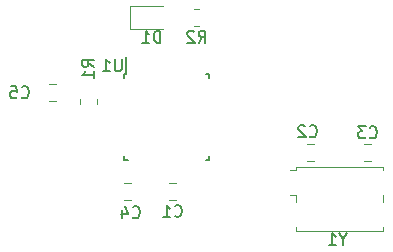
<source format=gbr>
%TF.GenerationSoftware,KiCad,Pcbnew,(5.1.10)-1*%
%TF.CreationDate,2021-11-06T11:37:03+01:00*%
%TF.ProjectId,msx-mouse-adapter,6d73782d-6d6f-4757-9365-2d6164617074,rev?*%
%TF.SameCoordinates,Original*%
%TF.FileFunction,Legend,Bot*%
%TF.FilePolarity,Positive*%
%FSLAX46Y46*%
G04 Gerber Fmt 4.6, Leading zero omitted, Abs format (unit mm)*
G04 Created by KiCad (PCBNEW (5.1.10)-1) date 2021-11-06 11:37:03*
%MOMM*%
%LPD*%
G01*
G04 APERTURE LIST*
%ADD10C,0.150000*%
%ADD11C,0.120000*%
G04 APERTURE END LIST*
D10*
%TO.C,U1*%
X134043000Y-40317000D02*
X134268000Y-40317000D01*
X134043000Y-47567000D02*
X134368000Y-47567000D01*
X141293000Y-47567000D02*
X140968000Y-47567000D01*
X141293000Y-40317000D02*
X140968000Y-40317000D01*
X134043000Y-40317000D02*
X134043000Y-40642000D01*
X141293000Y-40317000D02*
X141293000Y-40642000D01*
X141293000Y-47567000D02*
X141293000Y-47242000D01*
X134043000Y-47567000D02*
X134043000Y-47242000D01*
X134268000Y-40317000D02*
X134268000Y-38892000D01*
D11*
%TO.C,C4*%
X134627252Y-51027000D02*
X134104748Y-51027000D01*
X134627252Y-49557000D02*
X134104748Y-49557000D01*
%TO.C,Y1*%
X148602000Y-53280000D02*
X148602000Y-53580000D01*
X148602000Y-53580000D02*
X156002000Y-53580000D01*
X156002000Y-53580000D02*
X156002000Y-53280000D01*
X148102000Y-48480000D02*
X148602000Y-48480000D01*
X148602000Y-48480000D02*
X148602000Y-48180000D01*
X148602000Y-48180000D02*
X156002000Y-48180000D01*
X156002000Y-48180000D02*
X156002000Y-48480000D01*
X148102000Y-50580000D02*
X148602000Y-50580000D01*
X148602000Y-50580000D02*
X148602000Y-51180000D01*
X156002000Y-51180000D02*
X156002000Y-50580000D01*
%TO.C,C1*%
X137914748Y-49557000D02*
X138437252Y-49557000D01*
X137914748Y-51027000D02*
X138437252Y-51027000D01*
%TO.C,C2*%
X149598748Y-47725000D02*
X150121252Y-47725000D01*
X149598748Y-46255000D02*
X150121252Y-46255000D01*
%TO.C,C3*%
X154947252Y-47725000D02*
X154424748Y-47725000D01*
X154947252Y-46255000D02*
X154424748Y-46255000D01*
%TO.C,C5*%
X128277252Y-41175000D02*
X127754748Y-41175000D01*
X128277252Y-42645000D02*
X127754748Y-42645000D01*
%TO.C,R1*%
X131799000Y-42444936D02*
X131799000Y-42899064D01*
X130329000Y-42444936D02*
X130329000Y-42899064D01*
%TO.C,R2*%
X139980936Y-36295000D02*
X140435064Y-36295000D01*
X139980936Y-34825000D02*
X140435064Y-34825000D01*
%TO.C,D1*%
X134538000Y-34600000D02*
X137398000Y-34600000D01*
X134538000Y-36520000D02*
X134538000Y-34600000D01*
X137398000Y-36520000D02*
X134538000Y-36520000D01*
%TO.C,U1*%
D10*
X133857904Y-39076380D02*
X133857904Y-39885904D01*
X133810285Y-39981142D01*
X133762666Y-40028761D01*
X133667428Y-40076380D01*
X133476952Y-40076380D01*
X133381714Y-40028761D01*
X133334095Y-39981142D01*
X133286476Y-39885904D01*
X133286476Y-39076380D01*
X132286476Y-40076380D02*
X132857904Y-40076380D01*
X132572190Y-40076380D02*
X132572190Y-39076380D01*
X132667428Y-39219238D01*
X132762666Y-39314476D01*
X132857904Y-39362095D01*
%TO.C,C4*%
X134786666Y-52427142D02*
X134834285Y-52474761D01*
X134977142Y-52522380D01*
X135072380Y-52522380D01*
X135215238Y-52474761D01*
X135310476Y-52379523D01*
X135358095Y-52284285D01*
X135405714Y-52093809D01*
X135405714Y-51950952D01*
X135358095Y-51760476D01*
X135310476Y-51665238D01*
X135215238Y-51570000D01*
X135072380Y-51522380D01*
X134977142Y-51522380D01*
X134834285Y-51570000D01*
X134786666Y-51617619D01*
X133929523Y-51855714D02*
X133929523Y-52522380D01*
X134167619Y-51474761D02*
X134405714Y-52189047D01*
X133786666Y-52189047D01*
%TO.C,Y1*%
X152622190Y-54332190D02*
X152622190Y-54808380D01*
X152955523Y-53808380D02*
X152622190Y-54332190D01*
X152288857Y-53808380D01*
X151431714Y-54808380D02*
X152003142Y-54808380D01*
X151717428Y-54808380D02*
X151717428Y-53808380D01*
X151812666Y-53951238D01*
X151907904Y-54046476D01*
X152003142Y-54094095D01*
%TO.C,C1*%
X138342666Y-52329142D02*
X138390285Y-52376761D01*
X138533142Y-52424380D01*
X138628380Y-52424380D01*
X138771238Y-52376761D01*
X138866476Y-52281523D01*
X138914095Y-52186285D01*
X138961714Y-51995809D01*
X138961714Y-51852952D01*
X138914095Y-51662476D01*
X138866476Y-51567238D01*
X138771238Y-51472000D01*
X138628380Y-51424380D01*
X138533142Y-51424380D01*
X138390285Y-51472000D01*
X138342666Y-51519619D01*
X137390285Y-52424380D02*
X137961714Y-52424380D01*
X137676000Y-52424380D02*
X137676000Y-51424380D01*
X137771238Y-51567238D01*
X137866476Y-51662476D01*
X137961714Y-51710095D01*
%TO.C,C2*%
X149772666Y-45569142D02*
X149820285Y-45616761D01*
X149963142Y-45664380D01*
X150058380Y-45664380D01*
X150201238Y-45616761D01*
X150296476Y-45521523D01*
X150344095Y-45426285D01*
X150391714Y-45235809D01*
X150391714Y-45092952D01*
X150344095Y-44902476D01*
X150296476Y-44807238D01*
X150201238Y-44712000D01*
X150058380Y-44664380D01*
X149963142Y-44664380D01*
X149820285Y-44712000D01*
X149772666Y-44759619D01*
X149391714Y-44759619D02*
X149344095Y-44712000D01*
X149248857Y-44664380D01*
X149010761Y-44664380D01*
X148915523Y-44712000D01*
X148867904Y-44759619D01*
X148820285Y-44854857D01*
X148820285Y-44950095D01*
X148867904Y-45092952D01*
X149439333Y-45664380D01*
X148820285Y-45664380D01*
%TO.C,C3*%
X154852666Y-45667142D02*
X154900285Y-45714761D01*
X155043142Y-45762380D01*
X155138380Y-45762380D01*
X155281238Y-45714761D01*
X155376476Y-45619523D01*
X155424095Y-45524285D01*
X155471714Y-45333809D01*
X155471714Y-45190952D01*
X155424095Y-45000476D01*
X155376476Y-44905238D01*
X155281238Y-44810000D01*
X155138380Y-44762380D01*
X155043142Y-44762380D01*
X154900285Y-44810000D01*
X154852666Y-44857619D01*
X154519333Y-44762380D02*
X153900285Y-44762380D01*
X154233619Y-45143333D01*
X154090761Y-45143333D01*
X153995523Y-45190952D01*
X153947904Y-45238571D01*
X153900285Y-45333809D01*
X153900285Y-45571904D01*
X153947904Y-45667142D01*
X153995523Y-45714761D01*
X154090761Y-45762380D01*
X154376476Y-45762380D01*
X154471714Y-45714761D01*
X154519333Y-45667142D01*
%TO.C,C5*%
X125388666Y-42267142D02*
X125436285Y-42314761D01*
X125579142Y-42362380D01*
X125674380Y-42362380D01*
X125817238Y-42314761D01*
X125912476Y-42219523D01*
X125960095Y-42124285D01*
X126007714Y-41933809D01*
X126007714Y-41790952D01*
X125960095Y-41600476D01*
X125912476Y-41505238D01*
X125817238Y-41410000D01*
X125674380Y-41362380D01*
X125579142Y-41362380D01*
X125436285Y-41410000D01*
X125388666Y-41457619D01*
X124483904Y-41362380D02*
X124960095Y-41362380D01*
X125007714Y-41838571D01*
X124960095Y-41790952D01*
X124864857Y-41743333D01*
X124626761Y-41743333D01*
X124531523Y-41790952D01*
X124483904Y-41838571D01*
X124436285Y-41933809D01*
X124436285Y-42171904D01*
X124483904Y-42267142D01*
X124531523Y-42314761D01*
X124626761Y-42362380D01*
X124864857Y-42362380D01*
X124960095Y-42314761D01*
X125007714Y-42267142D01*
%TO.C,R1*%
X131516380Y-39711333D02*
X131040190Y-39378000D01*
X131516380Y-39139904D02*
X130516380Y-39139904D01*
X130516380Y-39520857D01*
X130564000Y-39616095D01*
X130611619Y-39663714D01*
X130706857Y-39711333D01*
X130849714Y-39711333D01*
X130944952Y-39663714D01*
X130992571Y-39616095D01*
X131040190Y-39520857D01*
X131040190Y-39139904D01*
X131516380Y-40663714D02*
X131516380Y-40092285D01*
X131516380Y-40378000D02*
X130516380Y-40378000D01*
X130659238Y-40282761D01*
X130754476Y-40187523D01*
X130802095Y-40092285D01*
%TO.C,R2*%
X140374666Y-37662380D02*
X140708000Y-37186190D01*
X140946095Y-37662380D02*
X140946095Y-36662380D01*
X140565142Y-36662380D01*
X140469904Y-36710000D01*
X140422285Y-36757619D01*
X140374666Y-36852857D01*
X140374666Y-36995714D01*
X140422285Y-37090952D01*
X140469904Y-37138571D01*
X140565142Y-37186190D01*
X140946095Y-37186190D01*
X139993714Y-36757619D02*
X139946095Y-36710000D01*
X139850857Y-36662380D01*
X139612761Y-36662380D01*
X139517523Y-36710000D01*
X139469904Y-36757619D01*
X139422285Y-36852857D01*
X139422285Y-36948095D01*
X139469904Y-37090952D01*
X140041333Y-37662380D01*
X139422285Y-37662380D01*
%TO.C,D1*%
X137136095Y-37662380D02*
X137136095Y-36662380D01*
X136898000Y-36662380D01*
X136755142Y-36710000D01*
X136659904Y-36805238D01*
X136612285Y-36900476D01*
X136564666Y-37090952D01*
X136564666Y-37233809D01*
X136612285Y-37424285D01*
X136659904Y-37519523D01*
X136755142Y-37614761D01*
X136898000Y-37662380D01*
X137136095Y-37662380D01*
X135612285Y-37662380D02*
X136183714Y-37662380D01*
X135898000Y-37662380D02*
X135898000Y-36662380D01*
X135993238Y-36805238D01*
X136088476Y-36900476D01*
X136183714Y-36948095D01*
%TD*%
M02*

</source>
